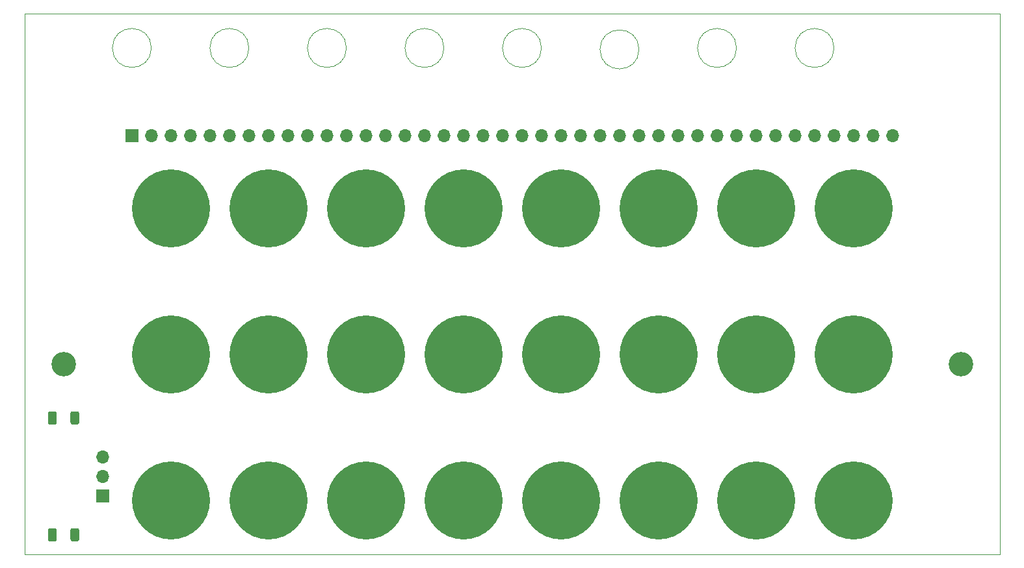
<source format=gbr>
G04 #@! TF.GenerationSoftware,KiCad,Pcbnew,5.1.8+dfsg1-1+b1*
G04 #@! TF.CreationDate,2021-07-07T17:05:11-05:00*
G04 #@! TF.ProjectId,front-panel,66726f6e-742d-4706-916e-656c2e6b6963,B*
G04 #@! TF.SameCoordinates,Original*
G04 #@! TF.FileFunction,Soldermask,Bot*
G04 #@! TF.FilePolarity,Negative*
%FSLAX46Y46*%
G04 Gerber Fmt 4.6, Leading zero omitted, Abs format (unit mm)*
G04 Created by KiCad (PCBNEW 5.1.8+dfsg1-1+b1) date 2021-07-07 17:05:11*
%MOMM*%
%LPD*%
G01*
G04 APERTURE LIST*
G04 #@! TA.AperFunction,Profile*
%ADD10C,0.050000*%
G04 #@! TD*
%ADD11O,1.700000X1.700000*%
%ADD12R,1.700000X1.700000*%
%ADD13C,10.160000*%
%ADD14C,3.200000*%
G04 APERTURE END LIST*
D10*
X177800000Y-60325000D02*
X177800000Y-130810000D01*
X50800000Y-60325000D02*
X50800000Y-130810000D01*
X50800000Y-130810000D02*
X177800000Y-130810000D01*
X92710000Y-64770000D02*
G75*
G03*
X92710000Y-64770000I-2540000J0D01*
G01*
X156210000Y-64770000D02*
G75*
G03*
X156210000Y-64770000I-2540000J0D01*
G01*
X143510000Y-64770000D02*
G75*
G03*
X143510000Y-64770000I-2540000J0D01*
G01*
X130810000Y-64960500D02*
G75*
G03*
X130810000Y-64960500I-2540000J0D01*
G01*
X118110000Y-64770000D02*
G75*
G03*
X118110000Y-64770000I-2540000J0D01*
G01*
X105410000Y-64770000D02*
G75*
G03*
X105410000Y-64770000I-2540000J0D01*
G01*
X80010000Y-64770000D02*
G75*
G03*
X80010000Y-64770000I-2540000J0D01*
G01*
X67310000Y-64770000D02*
G75*
G03*
X67310000Y-64770000I-2540000J0D01*
G01*
X177800000Y-60325000D02*
X50800000Y-60325000D01*
D11*
X60960000Y-118110000D03*
X60960000Y-120650000D03*
D12*
X60960000Y-123190000D03*
G36*
G01*
X54980000Y-127644997D02*
X54980000Y-128895003D01*
G75*
G02*
X54730003Y-129145000I-249997J0D01*
G01*
X54104997Y-129145000D01*
G75*
G02*
X53855000Y-128895003I0J249997D01*
G01*
X53855000Y-127644997D01*
G75*
G02*
X54104997Y-127395000I249997J0D01*
G01*
X54730003Y-127395000D01*
G75*
G02*
X54980000Y-127644997I0J-249997D01*
G01*
G37*
G36*
G01*
X57905000Y-127644997D02*
X57905000Y-128895003D01*
G75*
G02*
X57655003Y-129145000I-249997J0D01*
G01*
X57029997Y-129145000D01*
G75*
G02*
X56780000Y-128895003I0J249997D01*
G01*
X56780000Y-127644997D01*
G75*
G02*
X57029997Y-127395000I249997J0D01*
G01*
X57655003Y-127395000D01*
G75*
G02*
X57905000Y-127644997I0J-249997D01*
G01*
G37*
G36*
G01*
X54980000Y-112404997D02*
X54980000Y-113655003D01*
G75*
G02*
X54730003Y-113905000I-249997J0D01*
G01*
X54104997Y-113905000D01*
G75*
G02*
X53855000Y-113655003I0J249997D01*
G01*
X53855000Y-112404997D01*
G75*
G02*
X54104997Y-112155000I249997J0D01*
G01*
X54730003Y-112155000D01*
G75*
G02*
X54980000Y-112404997I0J-249997D01*
G01*
G37*
G36*
G01*
X57905000Y-112404997D02*
X57905000Y-113655003D01*
G75*
G02*
X57655003Y-113905000I-249997J0D01*
G01*
X57029997Y-113905000D01*
G75*
G02*
X56780000Y-113655003I0J249997D01*
G01*
X56780000Y-112404997D01*
G75*
G02*
X57029997Y-112155000I249997J0D01*
G01*
X57655003Y-112155000D01*
G75*
G02*
X57905000Y-112404997I0J-249997D01*
G01*
G37*
D13*
X158750000Y-123825000D03*
X146050000Y-123825000D03*
X133350000Y-123825000D03*
X120650000Y-123825000D03*
X107950000Y-123825000D03*
X95250000Y-123825000D03*
X82550000Y-123825000D03*
X69850000Y-123825000D03*
D14*
X172720000Y-106045000D03*
X55880000Y-106045000D03*
D13*
X133350000Y-104775000D03*
X158750000Y-85725000D03*
X133350000Y-85725000D03*
X107950000Y-85725000D03*
X82550000Y-85725000D03*
X146050000Y-85725000D03*
X120650000Y-85725000D03*
X95250000Y-85725000D03*
X69850000Y-85725000D03*
X158750000Y-104775000D03*
X107950000Y-104775000D03*
X82550000Y-104775000D03*
X146050000Y-104775000D03*
X120650000Y-104775000D03*
X95250000Y-104775000D03*
X69850000Y-104775000D03*
D11*
X163830000Y-76200000D03*
X161290000Y-76200000D03*
X158750000Y-76200000D03*
X156210000Y-76200000D03*
X153670000Y-76200000D03*
X151130000Y-76200000D03*
X148590000Y-76200000D03*
X146050000Y-76200000D03*
X143510000Y-76200000D03*
X140970000Y-76200000D03*
X138430000Y-76200000D03*
X135890000Y-76200000D03*
X133350000Y-76200000D03*
X130810000Y-76200000D03*
X128270000Y-76200000D03*
X125730000Y-76200000D03*
X123190000Y-76200000D03*
X120650000Y-76200000D03*
X118110000Y-76200000D03*
X115570000Y-76200000D03*
X113030000Y-76200000D03*
X110490000Y-76200000D03*
X107950000Y-76200000D03*
X105410000Y-76200000D03*
X102870000Y-76200000D03*
X100330000Y-76200000D03*
X97790000Y-76200000D03*
X95250000Y-76200000D03*
X92710000Y-76200000D03*
X90170000Y-76200000D03*
X87630000Y-76200000D03*
X85090000Y-76200000D03*
X82550000Y-76200000D03*
X80010000Y-76200000D03*
X77470000Y-76200000D03*
X74930000Y-76200000D03*
X72390000Y-76200000D03*
X69850000Y-76200000D03*
X67310000Y-76200000D03*
D12*
X64770000Y-76200000D03*
M02*

</source>
